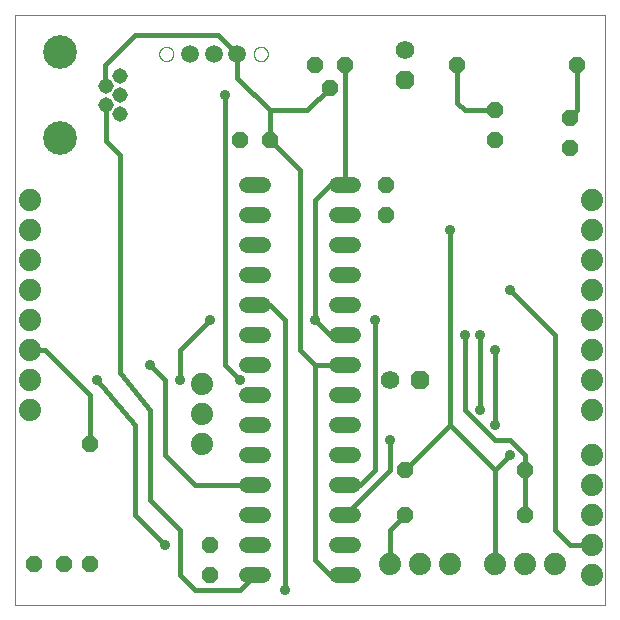
<source format=gtl>
G75*
%MOIN*%
%OFA0B0*%
%FSLAX25Y25*%
%IPPOS*%
%LPD*%
%AMOC8*
5,1,8,0,0,1.08239X$1,22.5*
%
%ADD10C,0.00000*%
%ADD11OC8,0.05200*%
%ADD12C,0.07400*%
%ADD13C,0.05200*%
%ADD14C,0.05937*%
%ADD15C,0.05150*%
%ADD16C,0.11220*%
%ADD17OC8,0.06200*%
%ADD18C,0.06200*%
%ADD19C,0.01600*%
%ADD20C,0.03562*%
D10*
X0001800Y0001800D02*
X0001800Y0198650D01*
X0198650Y0198650D01*
X0198650Y0001800D01*
X0001800Y0001800D01*
X0049940Y0185550D02*
X0049942Y0185647D01*
X0049948Y0185744D01*
X0049958Y0185840D01*
X0049972Y0185936D01*
X0049990Y0186032D01*
X0050011Y0186126D01*
X0050037Y0186220D01*
X0050066Y0186312D01*
X0050100Y0186403D01*
X0050136Y0186493D01*
X0050177Y0186581D01*
X0050221Y0186667D01*
X0050269Y0186752D01*
X0050320Y0186834D01*
X0050374Y0186915D01*
X0050432Y0186993D01*
X0050493Y0187068D01*
X0050556Y0187141D01*
X0050623Y0187212D01*
X0050693Y0187279D01*
X0050765Y0187344D01*
X0050840Y0187405D01*
X0050918Y0187464D01*
X0050997Y0187519D01*
X0051079Y0187571D01*
X0051163Y0187619D01*
X0051249Y0187664D01*
X0051337Y0187706D01*
X0051426Y0187744D01*
X0051517Y0187778D01*
X0051609Y0187808D01*
X0051702Y0187835D01*
X0051797Y0187857D01*
X0051892Y0187876D01*
X0051988Y0187891D01*
X0052084Y0187902D01*
X0052181Y0187909D01*
X0052278Y0187912D01*
X0052375Y0187911D01*
X0052472Y0187906D01*
X0052568Y0187897D01*
X0052664Y0187884D01*
X0052760Y0187867D01*
X0052855Y0187846D01*
X0052948Y0187822D01*
X0053041Y0187793D01*
X0053133Y0187761D01*
X0053223Y0187725D01*
X0053311Y0187686D01*
X0053398Y0187642D01*
X0053483Y0187596D01*
X0053566Y0187545D01*
X0053647Y0187492D01*
X0053725Y0187435D01*
X0053802Y0187375D01*
X0053875Y0187312D01*
X0053946Y0187246D01*
X0054014Y0187177D01*
X0054080Y0187105D01*
X0054142Y0187031D01*
X0054201Y0186954D01*
X0054257Y0186875D01*
X0054310Y0186793D01*
X0054360Y0186710D01*
X0054405Y0186624D01*
X0054448Y0186537D01*
X0054487Y0186448D01*
X0054522Y0186358D01*
X0054553Y0186266D01*
X0054580Y0186173D01*
X0054604Y0186079D01*
X0054624Y0185984D01*
X0054640Y0185888D01*
X0054652Y0185792D01*
X0054660Y0185695D01*
X0054664Y0185598D01*
X0054664Y0185502D01*
X0054660Y0185405D01*
X0054652Y0185308D01*
X0054640Y0185212D01*
X0054624Y0185116D01*
X0054604Y0185021D01*
X0054580Y0184927D01*
X0054553Y0184834D01*
X0054522Y0184742D01*
X0054487Y0184652D01*
X0054448Y0184563D01*
X0054405Y0184476D01*
X0054360Y0184390D01*
X0054310Y0184307D01*
X0054257Y0184225D01*
X0054201Y0184146D01*
X0054142Y0184069D01*
X0054080Y0183995D01*
X0054014Y0183923D01*
X0053946Y0183854D01*
X0053875Y0183788D01*
X0053802Y0183725D01*
X0053725Y0183665D01*
X0053647Y0183608D01*
X0053566Y0183555D01*
X0053483Y0183504D01*
X0053398Y0183458D01*
X0053311Y0183414D01*
X0053223Y0183375D01*
X0053133Y0183339D01*
X0053041Y0183307D01*
X0052948Y0183278D01*
X0052855Y0183254D01*
X0052760Y0183233D01*
X0052664Y0183216D01*
X0052568Y0183203D01*
X0052472Y0183194D01*
X0052375Y0183189D01*
X0052278Y0183188D01*
X0052181Y0183191D01*
X0052084Y0183198D01*
X0051988Y0183209D01*
X0051892Y0183224D01*
X0051797Y0183243D01*
X0051702Y0183265D01*
X0051609Y0183292D01*
X0051517Y0183322D01*
X0051426Y0183356D01*
X0051337Y0183394D01*
X0051249Y0183436D01*
X0051163Y0183481D01*
X0051079Y0183529D01*
X0050997Y0183581D01*
X0050918Y0183636D01*
X0050840Y0183695D01*
X0050765Y0183756D01*
X0050693Y0183821D01*
X0050623Y0183888D01*
X0050556Y0183959D01*
X0050493Y0184032D01*
X0050432Y0184107D01*
X0050374Y0184185D01*
X0050320Y0184266D01*
X0050269Y0184348D01*
X0050221Y0184433D01*
X0050177Y0184519D01*
X0050136Y0184607D01*
X0050100Y0184697D01*
X0050066Y0184788D01*
X0050037Y0184880D01*
X0050011Y0184974D01*
X0049990Y0185068D01*
X0049972Y0185164D01*
X0049958Y0185260D01*
X0049948Y0185356D01*
X0049942Y0185453D01*
X0049940Y0185550D01*
X0081436Y0185550D02*
X0081438Y0185647D01*
X0081444Y0185744D01*
X0081454Y0185840D01*
X0081468Y0185936D01*
X0081486Y0186032D01*
X0081507Y0186126D01*
X0081533Y0186220D01*
X0081562Y0186312D01*
X0081596Y0186403D01*
X0081632Y0186493D01*
X0081673Y0186581D01*
X0081717Y0186667D01*
X0081765Y0186752D01*
X0081816Y0186834D01*
X0081870Y0186915D01*
X0081928Y0186993D01*
X0081989Y0187068D01*
X0082052Y0187141D01*
X0082119Y0187212D01*
X0082189Y0187279D01*
X0082261Y0187344D01*
X0082336Y0187405D01*
X0082414Y0187464D01*
X0082493Y0187519D01*
X0082575Y0187571D01*
X0082659Y0187619D01*
X0082745Y0187664D01*
X0082833Y0187706D01*
X0082922Y0187744D01*
X0083013Y0187778D01*
X0083105Y0187808D01*
X0083198Y0187835D01*
X0083293Y0187857D01*
X0083388Y0187876D01*
X0083484Y0187891D01*
X0083580Y0187902D01*
X0083677Y0187909D01*
X0083774Y0187912D01*
X0083871Y0187911D01*
X0083968Y0187906D01*
X0084064Y0187897D01*
X0084160Y0187884D01*
X0084256Y0187867D01*
X0084351Y0187846D01*
X0084444Y0187822D01*
X0084537Y0187793D01*
X0084629Y0187761D01*
X0084719Y0187725D01*
X0084807Y0187686D01*
X0084894Y0187642D01*
X0084979Y0187596D01*
X0085062Y0187545D01*
X0085143Y0187492D01*
X0085221Y0187435D01*
X0085298Y0187375D01*
X0085371Y0187312D01*
X0085442Y0187246D01*
X0085510Y0187177D01*
X0085576Y0187105D01*
X0085638Y0187031D01*
X0085697Y0186954D01*
X0085753Y0186875D01*
X0085806Y0186793D01*
X0085856Y0186710D01*
X0085901Y0186624D01*
X0085944Y0186537D01*
X0085983Y0186448D01*
X0086018Y0186358D01*
X0086049Y0186266D01*
X0086076Y0186173D01*
X0086100Y0186079D01*
X0086120Y0185984D01*
X0086136Y0185888D01*
X0086148Y0185792D01*
X0086156Y0185695D01*
X0086160Y0185598D01*
X0086160Y0185502D01*
X0086156Y0185405D01*
X0086148Y0185308D01*
X0086136Y0185212D01*
X0086120Y0185116D01*
X0086100Y0185021D01*
X0086076Y0184927D01*
X0086049Y0184834D01*
X0086018Y0184742D01*
X0085983Y0184652D01*
X0085944Y0184563D01*
X0085901Y0184476D01*
X0085856Y0184390D01*
X0085806Y0184307D01*
X0085753Y0184225D01*
X0085697Y0184146D01*
X0085638Y0184069D01*
X0085576Y0183995D01*
X0085510Y0183923D01*
X0085442Y0183854D01*
X0085371Y0183788D01*
X0085298Y0183725D01*
X0085221Y0183665D01*
X0085143Y0183608D01*
X0085062Y0183555D01*
X0084979Y0183504D01*
X0084894Y0183458D01*
X0084807Y0183414D01*
X0084719Y0183375D01*
X0084629Y0183339D01*
X0084537Y0183307D01*
X0084444Y0183278D01*
X0084351Y0183254D01*
X0084256Y0183233D01*
X0084160Y0183216D01*
X0084064Y0183203D01*
X0083968Y0183194D01*
X0083871Y0183189D01*
X0083774Y0183188D01*
X0083677Y0183191D01*
X0083580Y0183198D01*
X0083484Y0183209D01*
X0083388Y0183224D01*
X0083293Y0183243D01*
X0083198Y0183265D01*
X0083105Y0183292D01*
X0083013Y0183322D01*
X0082922Y0183356D01*
X0082833Y0183394D01*
X0082745Y0183436D01*
X0082659Y0183481D01*
X0082575Y0183529D01*
X0082493Y0183581D01*
X0082414Y0183636D01*
X0082336Y0183695D01*
X0082261Y0183756D01*
X0082189Y0183821D01*
X0082119Y0183888D01*
X0082052Y0183959D01*
X0081989Y0184032D01*
X0081928Y0184107D01*
X0081870Y0184185D01*
X0081816Y0184266D01*
X0081765Y0184348D01*
X0081717Y0184433D01*
X0081673Y0184519D01*
X0081632Y0184607D01*
X0081596Y0184697D01*
X0081562Y0184788D01*
X0081533Y0184880D01*
X0081507Y0184974D01*
X0081486Y0185068D01*
X0081468Y0185164D01*
X0081454Y0185260D01*
X0081444Y0185356D01*
X0081438Y0185453D01*
X0081436Y0185550D01*
D11*
X0101800Y0181800D03*
X0106800Y0174300D03*
X0111800Y0181800D03*
X0086800Y0156800D03*
X0076800Y0156800D03*
X0125550Y0141800D03*
X0125550Y0131800D03*
X0161800Y0156800D03*
X0161800Y0166800D03*
X0149300Y0181800D03*
X0186800Y0164300D03*
X0186800Y0154300D03*
X0189300Y0181800D03*
X0171800Y0046800D03*
X0171800Y0031800D03*
X0131800Y0031800D03*
X0131800Y0046800D03*
X0066800Y0021800D03*
X0066800Y0011800D03*
X0026800Y0015550D03*
X0018050Y0015550D03*
X0008050Y0015550D03*
X0026800Y0055550D03*
D12*
X0006800Y0066800D03*
X0006800Y0076800D03*
X0006800Y0086800D03*
X0006800Y0096800D03*
X0006800Y0106800D03*
X0006800Y0116800D03*
X0006800Y0126800D03*
X0006800Y0136800D03*
X0064300Y0075550D03*
X0064300Y0065550D03*
X0064300Y0055550D03*
X0126800Y0015550D03*
X0136800Y0015550D03*
X0146800Y0015550D03*
X0161800Y0015550D03*
X0171800Y0015550D03*
X0181800Y0015550D03*
X0194300Y0011800D03*
X0194300Y0021800D03*
X0194300Y0031800D03*
X0194300Y0041800D03*
X0194300Y0051800D03*
X0194300Y0066800D03*
X0194300Y0076800D03*
X0194300Y0086800D03*
X0194300Y0096800D03*
X0194300Y0106800D03*
X0194300Y0116800D03*
X0194300Y0126800D03*
X0194300Y0136800D03*
D13*
X0114400Y0131800D02*
X0109200Y0131800D01*
X0109200Y0121800D02*
X0114400Y0121800D01*
X0114400Y0111800D02*
X0109200Y0111800D01*
X0109200Y0101800D02*
X0114400Y0101800D01*
X0114400Y0091800D02*
X0109200Y0091800D01*
X0109200Y0081800D02*
X0114400Y0081800D01*
X0114400Y0071800D02*
X0109200Y0071800D01*
X0109200Y0061800D02*
X0114400Y0061800D01*
X0114400Y0051800D02*
X0109200Y0051800D01*
X0109200Y0041800D02*
X0114400Y0041800D01*
X0114400Y0031800D02*
X0109200Y0031800D01*
X0109200Y0021800D02*
X0114400Y0021800D01*
X0114400Y0011800D02*
X0109200Y0011800D01*
X0084400Y0011800D02*
X0079200Y0011800D01*
X0079200Y0021800D02*
X0084400Y0021800D01*
X0084400Y0031800D02*
X0079200Y0031800D01*
X0079200Y0041800D02*
X0084400Y0041800D01*
X0084400Y0051800D02*
X0079200Y0051800D01*
X0079200Y0061800D02*
X0084400Y0061800D01*
X0084400Y0071800D02*
X0079200Y0071800D01*
X0079200Y0081800D02*
X0084400Y0081800D01*
X0084400Y0091800D02*
X0079200Y0091800D01*
X0079200Y0101800D02*
X0084400Y0101800D01*
X0084400Y0111800D02*
X0079200Y0111800D01*
X0079200Y0121800D02*
X0084400Y0121800D01*
X0084400Y0131800D02*
X0079200Y0131800D01*
X0079200Y0141800D02*
X0084400Y0141800D01*
X0109200Y0141800D02*
X0114400Y0141800D01*
D14*
X0075924Y0185550D03*
X0068050Y0185550D03*
X0060176Y0185550D03*
D15*
X0036879Y0178099D03*
X0032154Y0174950D03*
X0036879Y0171800D03*
X0032154Y0168650D03*
X0036879Y0165501D03*
D16*
X0016800Y0157430D03*
X0016800Y0186170D03*
D17*
X0131800Y0176800D03*
X0136800Y0076800D03*
D18*
X0126800Y0076800D03*
X0131800Y0186800D03*
D19*
X0149300Y0181800D02*
X0149300Y0169300D01*
X0151800Y0166800D01*
X0161800Y0166800D01*
X0186800Y0164300D02*
X0189300Y0166800D01*
X0189300Y0181800D01*
X0146800Y0126800D02*
X0146800Y0061800D01*
X0131800Y0046800D01*
X0126800Y0046800D02*
X0111800Y0031800D01*
X0111800Y0041800D02*
X0116800Y0041800D01*
X0121800Y0046800D01*
X0121800Y0096800D01*
X0111800Y0091800D02*
X0106800Y0091800D01*
X0101800Y0096800D01*
X0101800Y0136800D01*
X0106800Y0141800D01*
X0111800Y0141800D01*
X0111800Y0181800D01*
X0106800Y0174300D02*
X0099300Y0166800D01*
X0086800Y0166800D01*
X0086800Y0156800D01*
X0096800Y0146800D01*
X0096800Y0086800D01*
X0101800Y0081800D01*
X0101800Y0016800D01*
X0106800Y0011800D01*
X0111800Y0011800D01*
X0126800Y0015550D02*
X0126800Y0026800D01*
X0131800Y0031800D01*
X0126800Y0046800D02*
X0126800Y0056800D01*
X0146800Y0061800D02*
X0161800Y0046800D01*
X0166800Y0051800D01*
X0166800Y0056800D02*
X0171800Y0051800D01*
X0171800Y0046800D01*
X0171800Y0031800D01*
X0181800Y0026800D02*
X0181800Y0091800D01*
X0166800Y0106800D01*
X0156800Y0091800D02*
X0156800Y0066800D01*
X0151800Y0066800D02*
X0161800Y0056800D01*
X0166800Y0056800D01*
X0161800Y0061800D02*
X0161800Y0086800D01*
X0151800Y0091800D02*
X0151800Y0066800D01*
X0161800Y0046800D02*
X0161800Y0015550D01*
X0181800Y0026800D02*
X0186800Y0021800D01*
X0194300Y0021800D01*
X0111800Y0081800D02*
X0101800Y0081800D01*
X0091800Y0096800D02*
X0091800Y0006800D01*
X0081800Y0011800D02*
X0076800Y0006800D01*
X0061800Y0006800D01*
X0056800Y0011800D01*
X0056800Y0026800D01*
X0046800Y0036800D01*
X0046800Y0066800D01*
X0037154Y0078946D01*
X0036800Y0079300D01*
X0036800Y0151800D01*
X0032154Y0156446D01*
X0032154Y0168650D01*
X0032154Y0174950D02*
X0032154Y0176446D01*
X0031800Y0176800D01*
X0031800Y0181800D01*
X0041800Y0191800D01*
X0069674Y0191800D01*
X0075924Y0185550D01*
X0075924Y0177676D01*
X0086800Y0166800D01*
X0071800Y0171800D02*
X0071800Y0081800D01*
X0076800Y0076800D01*
X0066800Y0096800D02*
X0056800Y0086800D01*
X0056800Y0076800D01*
X0051800Y0076800D02*
X0051800Y0051800D01*
X0061800Y0041800D01*
X0081800Y0041800D01*
X0051800Y0021800D02*
X0041800Y0031800D01*
X0041800Y0061800D01*
X0029300Y0076800D01*
X0026800Y0071800D02*
X0026800Y0055550D01*
X0026800Y0071800D02*
X0011800Y0086800D01*
X0006800Y0086800D01*
X0046800Y0081800D02*
X0051800Y0076800D01*
X0081800Y0101800D02*
X0086800Y0101800D01*
X0091800Y0096800D01*
D20*
X0101800Y0096800D03*
X0121800Y0096800D03*
X0151800Y0091800D03*
X0156800Y0091800D03*
X0161800Y0086800D03*
X0166800Y0106800D03*
X0146800Y0126800D03*
X0156800Y0066800D03*
X0161800Y0061800D03*
X0166800Y0051800D03*
X0126800Y0056800D03*
X0091800Y0006800D03*
X0051800Y0021800D03*
X0056800Y0076800D03*
X0046800Y0081800D03*
X0029300Y0076800D03*
X0066800Y0096800D03*
X0076800Y0076800D03*
X0071800Y0171800D03*
M02*

</source>
